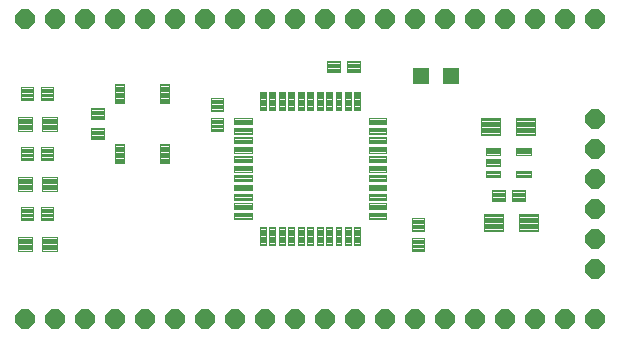
<source format=gts>
G75*
G70*
%OFA0B0*%
%FSLAX24Y24*%
%IPPOS*%
%LPD*%
%AMOC8*
5,1,8,0,0,1.08239X$1,22.5*
%
%ADD10OC8,0.0640*%
%ADD11C,0.0043*%
%ADD12C,0.0041*%
%ADD13C,0.0041*%
%ADD14C,0.0041*%
%ADD15C,0.0041*%
%ADD16C,0.0040*%
%ADD17R,0.0555X0.0555*%
D10*
X003671Y001161D03*
X004671Y001161D03*
X005671Y001161D03*
X006671Y001161D03*
X007671Y001161D03*
X008671Y001161D03*
X009671Y001161D03*
X010671Y001161D03*
X011671Y001161D03*
X012671Y001161D03*
X013671Y001161D03*
X014671Y001161D03*
X015671Y001161D03*
X016671Y001161D03*
X017671Y001161D03*
X018671Y001161D03*
X019671Y001161D03*
X020671Y001161D03*
X021671Y001161D03*
X022671Y001161D03*
X022671Y002811D03*
X022671Y003811D03*
X022671Y004811D03*
X022671Y005811D03*
X022671Y006811D03*
X022671Y007811D03*
X022671Y011161D03*
X021671Y011161D03*
X020671Y011161D03*
X019671Y011161D03*
X018671Y011161D03*
X017671Y011161D03*
X016671Y011161D03*
X015671Y011161D03*
X014671Y011161D03*
X013671Y011161D03*
X012671Y011161D03*
X011671Y011161D03*
X010671Y011161D03*
X009671Y011161D03*
X008671Y011161D03*
X007671Y011161D03*
X006671Y011161D03*
X005671Y011161D03*
X004671Y011161D03*
X003671Y011161D03*
D11*
X003540Y008876D02*
X003932Y008876D01*
X003932Y008446D01*
X003540Y008446D01*
X003540Y008876D01*
X003540Y008488D02*
X003932Y008488D01*
X003932Y008530D02*
X003540Y008530D01*
X003540Y008572D02*
X003932Y008572D01*
X003932Y008614D02*
X003540Y008614D01*
X003540Y008656D02*
X003932Y008656D01*
X003932Y008698D02*
X003540Y008698D01*
X003540Y008740D02*
X003932Y008740D01*
X003932Y008782D02*
X003540Y008782D01*
X003540Y008824D02*
X003932Y008824D01*
X003932Y008866D02*
X003540Y008866D01*
X004210Y008876D02*
X004602Y008876D01*
X004602Y008446D01*
X004210Y008446D01*
X004210Y008876D01*
X004210Y008488D02*
X004602Y008488D01*
X004602Y008530D02*
X004210Y008530D01*
X004210Y008572D02*
X004602Y008572D01*
X004602Y008614D02*
X004210Y008614D01*
X004210Y008656D02*
X004602Y008656D01*
X004602Y008698D02*
X004210Y008698D01*
X004210Y008740D02*
X004602Y008740D01*
X004602Y008782D02*
X004210Y008782D01*
X004210Y008824D02*
X004602Y008824D01*
X004602Y008866D02*
X004210Y008866D01*
X005856Y008192D02*
X005856Y007800D01*
X005856Y008192D02*
X006286Y008192D01*
X006286Y007800D01*
X005856Y007800D01*
X005856Y007842D02*
X006286Y007842D01*
X006286Y007884D02*
X005856Y007884D01*
X005856Y007926D02*
X006286Y007926D01*
X006286Y007968D02*
X005856Y007968D01*
X005856Y008010D02*
X006286Y008010D01*
X006286Y008052D02*
X005856Y008052D01*
X005856Y008094D02*
X006286Y008094D01*
X006286Y008136D02*
X005856Y008136D01*
X005856Y008178D02*
X006286Y008178D01*
X005856Y007523D02*
X005856Y007131D01*
X005856Y007523D02*
X006286Y007523D01*
X006286Y007131D01*
X005856Y007131D01*
X005856Y007173D02*
X006286Y007173D01*
X006286Y007215D02*
X005856Y007215D01*
X005856Y007257D02*
X006286Y007257D01*
X006286Y007299D02*
X005856Y007299D01*
X005856Y007341D02*
X006286Y007341D01*
X006286Y007383D02*
X005856Y007383D01*
X005856Y007425D02*
X006286Y007425D01*
X006286Y007467D02*
X005856Y007467D01*
X005856Y007509D02*
X006286Y007509D01*
X004602Y006876D02*
X004210Y006876D01*
X004602Y006876D02*
X004602Y006446D01*
X004210Y006446D01*
X004210Y006876D01*
X004210Y006488D02*
X004602Y006488D01*
X004602Y006530D02*
X004210Y006530D01*
X004210Y006572D02*
X004602Y006572D01*
X004602Y006614D02*
X004210Y006614D01*
X004210Y006656D02*
X004602Y006656D01*
X004602Y006698D02*
X004210Y006698D01*
X004210Y006740D02*
X004602Y006740D01*
X004602Y006782D02*
X004210Y006782D01*
X004210Y006824D02*
X004602Y006824D01*
X004602Y006866D02*
X004210Y006866D01*
X003932Y006876D02*
X003540Y006876D01*
X003932Y006876D02*
X003932Y006446D01*
X003540Y006446D01*
X003540Y006876D01*
X003540Y006488D02*
X003932Y006488D01*
X003932Y006530D02*
X003540Y006530D01*
X003540Y006572D02*
X003932Y006572D01*
X003932Y006614D02*
X003540Y006614D01*
X003540Y006656D02*
X003932Y006656D01*
X003932Y006698D02*
X003540Y006698D01*
X003540Y006740D02*
X003932Y006740D01*
X003932Y006782D02*
X003540Y006782D01*
X003540Y006824D02*
X003932Y006824D01*
X003932Y006866D02*
X003540Y006866D01*
X003540Y004446D02*
X003932Y004446D01*
X003540Y004446D02*
X003540Y004876D01*
X003932Y004876D01*
X003932Y004446D01*
X003932Y004488D02*
X003540Y004488D01*
X003540Y004530D02*
X003932Y004530D01*
X003932Y004572D02*
X003540Y004572D01*
X003540Y004614D02*
X003932Y004614D01*
X003932Y004656D02*
X003540Y004656D01*
X003540Y004698D02*
X003932Y004698D01*
X003932Y004740D02*
X003540Y004740D01*
X003540Y004782D02*
X003932Y004782D01*
X003932Y004824D02*
X003540Y004824D01*
X003540Y004866D02*
X003932Y004866D01*
X004210Y004446D02*
X004602Y004446D01*
X004210Y004446D02*
X004210Y004876D01*
X004602Y004876D01*
X004602Y004446D01*
X004602Y004488D02*
X004210Y004488D01*
X004210Y004530D02*
X004602Y004530D01*
X004602Y004572D02*
X004210Y004572D01*
X004210Y004614D02*
X004602Y004614D01*
X004602Y004656D02*
X004210Y004656D01*
X004210Y004698D02*
X004602Y004698D01*
X004602Y004740D02*
X004210Y004740D01*
X004210Y004782D02*
X004602Y004782D01*
X004602Y004824D02*
X004210Y004824D01*
X004210Y004866D02*
X004602Y004866D01*
X010267Y007412D02*
X010267Y007842D01*
X010267Y007412D02*
X009875Y007412D01*
X009875Y007842D01*
X010267Y007842D01*
X010267Y007454D02*
X009875Y007454D01*
X009875Y007496D02*
X010267Y007496D01*
X010267Y007538D02*
X009875Y007538D01*
X009875Y007580D02*
X010267Y007580D01*
X010267Y007622D02*
X009875Y007622D01*
X009875Y007664D02*
X010267Y007664D01*
X010267Y007706D02*
X009875Y007706D01*
X009875Y007748D02*
X010267Y007748D01*
X010267Y007790D02*
X009875Y007790D01*
X009875Y007832D02*
X010267Y007832D01*
X010267Y008081D02*
X010267Y008511D01*
X010267Y008081D02*
X009875Y008081D01*
X009875Y008511D01*
X010267Y008511D01*
X010267Y008123D02*
X009875Y008123D01*
X009875Y008165D02*
X010267Y008165D01*
X010267Y008207D02*
X009875Y008207D01*
X009875Y008249D02*
X010267Y008249D01*
X010267Y008291D02*
X009875Y008291D01*
X009875Y008333D02*
X010267Y008333D01*
X010267Y008375D02*
X009875Y008375D01*
X009875Y008417D02*
X010267Y008417D01*
X010267Y008459D02*
X009875Y008459D01*
X009875Y008501D02*
X010267Y008501D01*
X013721Y009365D02*
X014151Y009365D01*
X013721Y009365D02*
X013721Y009757D01*
X014151Y009757D01*
X014151Y009365D01*
X014151Y009407D02*
X013721Y009407D01*
X013721Y009449D02*
X014151Y009449D01*
X014151Y009491D02*
X013721Y009491D01*
X013721Y009533D02*
X014151Y009533D01*
X014151Y009575D02*
X013721Y009575D01*
X013721Y009617D02*
X014151Y009617D01*
X014151Y009659D02*
X013721Y009659D01*
X013721Y009701D02*
X014151Y009701D01*
X014151Y009743D02*
X013721Y009743D01*
X014391Y009365D02*
X014821Y009365D01*
X014391Y009365D02*
X014391Y009757D01*
X014821Y009757D01*
X014821Y009365D01*
X014821Y009407D02*
X014391Y009407D01*
X014391Y009449D02*
X014821Y009449D01*
X014821Y009491D02*
X014391Y009491D01*
X014391Y009533D02*
X014821Y009533D01*
X014821Y009575D02*
X014391Y009575D01*
X014391Y009617D02*
X014821Y009617D01*
X014821Y009659D02*
X014391Y009659D01*
X014391Y009701D02*
X014821Y009701D01*
X014821Y009743D02*
X014391Y009743D01*
X019221Y005457D02*
X019651Y005457D01*
X019651Y005065D01*
X019221Y005065D01*
X019221Y005457D01*
X019221Y005107D02*
X019651Y005107D01*
X019651Y005149D02*
X019221Y005149D01*
X019221Y005191D02*
X019651Y005191D01*
X019651Y005233D02*
X019221Y005233D01*
X019221Y005275D02*
X019651Y005275D01*
X019651Y005317D02*
X019221Y005317D01*
X019221Y005359D02*
X019651Y005359D01*
X019651Y005401D02*
X019221Y005401D01*
X019221Y005443D02*
X019651Y005443D01*
X019891Y005457D02*
X020321Y005457D01*
X020321Y005065D01*
X019891Y005065D01*
X019891Y005457D01*
X019891Y005107D02*
X020321Y005107D01*
X020321Y005149D02*
X019891Y005149D01*
X019891Y005191D02*
X020321Y005191D01*
X020321Y005233D02*
X019891Y005233D01*
X019891Y005275D02*
X020321Y005275D01*
X020321Y005317D02*
X019891Y005317D01*
X019891Y005359D02*
X020321Y005359D01*
X020321Y005401D02*
X019891Y005401D01*
X019891Y005443D02*
X020321Y005443D01*
X016575Y004511D02*
X016575Y004081D01*
X016575Y004511D02*
X016967Y004511D01*
X016967Y004081D01*
X016575Y004081D01*
X016575Y004123D02*
X016967Y004123D01*
X016967Y004165D02*
X016575Y004165D01*
X016575Y004207D02*
X016967Y004207D01*
X016967Y004249D02*
X016575Y004249D01*
X016575Y004291D02*
X016967Y004291D01*
X016967Y004333D02*
X016575Y004333D01*
X016575Y004375D02*
X016967Y004375D01*
X016967Y004417D02*
X016575Y004417D01*
X016575Y004459D02*
X016967Y004459D01*
X016967Y004501D02*
X016575Y004501D01*
X016575Y003842D02*
X016575Y003412D01*
X016575Y003842D02*
X016967Y003842D01*
X016967Y003412D01*
X016575Y003412D01*
X016575Y003454D02*
X016967Y003454D01*
X016967Y003496D02*
X016575Y003496D01*
X016575Y003538D02*
X016967Y003538D01*
X016967Y003580D02*
X016575Y003580D01*
X016575Y003622D02*
X016967Y003622D01*
X016967Y003664D02*
X016575Y003664D01*
X016575Y003706D02*
X016967Y003706D01*
X016967Y003748D02*
X016575Y003748D01*
X016575Y003790D02*
X016967Y003790D01*
X016967Y003832D02*
X016575Y003832D01*
D12*
X018965Y004086D02*
X019595Y004086D01*
X018965Y004086D02*
X018965Y004636D01*
X019595Y004636D01*
X019595Y004086D01*
X019595Y004126D02*
X018965Y004126D01*
X018965Y004166D02*
X019595Y004166D01*
X019595Y004206D02*
X018965Y004206D01*
X018965Y004246D02*
X019595Y004246D01*
X019595Y004286D02*
X018965Y004286D01*
X018965Y004326D02*
X019595Y004326D01*
X019595Y004366D02*
X018965Y004366D01*
X018965Y004406D02*
X019595Y004406D01*
X019595Y004446D02*
X018965Y004446D01*
X018965Y004486D02*
X019595Y004486D01*
X019595Y004526D02*
X018965Y004526D01*
X018965Y004566D02*
X019595Y004566D01*
X019595Y004606D02*
X018965Y004606D01*
X020146Y004636D02*
X020776Y004636D01*
X020776Y004086D01*
X020146Y004086D01*
X020146Y004636D01*
X020146Y004126D02*
X020776Y004126D01*
X020776Y004166D02*
X020146Y004166D01*
X020146Y004206D02*
X020776Y004206D01*
X020776Y004246D02*
X020146Y004246D01*
X020146Y004286D02*
X020776Y004286D01*
X020776Y004326D02*
X020146Y004326D01*
X020146Y004366D02*
X020776Y004366D01*
X020776Y004406D02*
X020146Y004406D01*
X020146Y004446D02*
X020776Y004446D01*
X020776Y004486D02*
X020146Y004486D01*
X020146Y004526D02*
X020776Y004526D01*
X020776Y004566D02*
X020146Y004566D01*
X020146Y004606D02*
X020776Y004606D01*
X020676Y007836D02*
X020046Y007836D01*
X020676Y007836D02*
X020676Y007286D01*
X020046Y007286D01*
X020046Y007836D01*
X020046Y007326D02*
X020676Y007326D01*
X020676Y007366D02*
X020046Y007366D01*
X020046Y007406D02*
X020676Y007406D01*
X020676Y007446D02*
X020046Y007446D01*
X020046Y007486D02*
X020676Y007486D01*
X020676Y007526D02*
X020046Y007526D01*
X020046Y007566D02*
X020676Y007566D01*
X020676Y007606D02*
X020046Y007606D01*
X020046Y007646D02*
X020676Y007646D01*
X020676Y007686D02*
X020046Y007686D01*
X020046Y007726D02*
X020676Y007726D01*
X020676Y007766D02*
X020046Y007766D01*
X020046Y007806D02*
X020676Y007806D01*
X019495Y007286D02*
X018865Y007286D01*
X018865Y007836D01*
X019495Y007836D01*
X019495Y007286D01*
X019495Y007326D02*
X018865Y007326D01*
X018865Y007366D02*
X019495Y007366D01*
X019495Y007406D02*
X018865Y007406D01*
X018865Y007446D02*
X019495Y007446D01*
X019495Y007486D02*
X018865Y007486D01*
X018865Y007526D02*
X019495Y007526D01*
X019495Y007566D02*
X018865Y007566D01*
X018865Y007606D02*
X019495Y007606D01*
X019495Y007646D02*
X018865Y007646D01*
X018865Y007686D02*
X019495Y007686D01*
X019495Y007726D02*
X018865Y007726D01*
X018865Y007766D02*
X019495Y007766D01*
X019495Y007806D02*
X018865Y007806D01*
D13*
X008471Y008986D02*
X008171Y008986D01*
X008471Y008986D02*
X008471Y008336D01*
X008171Y008336D01*
X008171Y008986D01*
X008171Y008376D02*
X008471Y008376D01*
X008471Y008416D02*
X008171Y008416D01*
X008171Y008456D02*
X008471Y008456D01*
X008471Y008496D02*
X008171Y008496D01*
X008171Y008536D02*
X008471Y008536D01*
X008471Y008576D02*
X008171Y008576D01*
X008171Y008616D02*
X008471Y008616D01*
X008471Y008656D02*
X008171Y008656D01*
X008171Y008696D02*
X008471Y008696D01*
X008471Y008736D02*
X008171Y008736D01*
X008171Y008776D02*
X008471Y008776D01*
X008471Y008816D02*
X008171Y008816D01*
X008171Y008856D02*
X008471Y008856D01*
X008471Y008896D02*
X008171Y008896D01*
X008171Y008936D02*
X008471Y008936D01*
X008471Y008976D02*
X008171Y008976D01*
X006971Y008986D02*
X006671Y008986D01*
X006971Y008986D02*
X006971Y008336D01*
X006671Y008336D01*
X006671Y008986D01*
X006671Y008376D02*
X006971Y008376D01*
X006971Y008416D02*
X006671Y008416D01*
X006671Y008456D02*
X006971Y008456D01*
X006971Y008496D02*
X006671Y008496D01*
X006671Y008536D02*
X006971Y008536D01*
X006971Y008576D02*
X006671Y008576D01*
X006671Y008616D02*
X006971Y008616D01*
X006971Y008656D02*
X006671Y008656D01*
X006671Y008696D02*
X006971Y008696D01*
X006971Y008736D02*
X006671Y008736D01*
X006671Y008776D02*
X006971Y008776D01*
X006971Y008816D02*
X006671Y008816D01*
X006671Y008856D02*
X006971Y008856D01*
X006971Y008896D02*
X006671Y008896D01*
X006671Y008936D02*
X006971Y008936D01*
X006971Y008976D02*
X006671Y008976D01*
X006671Y006986D02*
X006971Y006986D01*
X006971Y006336D01*
X006671Y006336D01*
X006671Y006986D01*
X006671Y006376D02*
X006971Y006376D01*
X006971Y006416D02*
X006671Y006416D01*
X006671Y006456D02*
X006971Y006456D01*
X006971Y006496D02*
X006671Y006496D01*
X006671Y006536D02*
X006971Y006536D01*
X006971Y006576D02*
X006671Y006576D01*
X006671Y006616D02*
X006971Y006616D01*
X006971Y006656D02*
X006671Y006656D01*
X006671Y006696D02*
X006971Y006696D01*
X006971Y006736D02*
X006671Y006736D01*
X006671Y006776D02*
X006971Y006776D01*
X006971Y006816D02*
X006671Y006816D01*
X006671Y006856D02*
X006971Y006856D01*
X006971Y006896D02*
X006671Y006896D01*
X006671Y006936D02*
X006971Y006936D01*
X006971Y006976D02*
X006671Y006976D01*
X008171Y006986D02*
X008471Y006986D01*
X008471Y006336D01*
X008171Y006336D01*
X008171Y006986D01*
X008171Y006376D02*
X008471Y006376D01*
X008471Y006416D02*
X008171Y006416D01*
X008171Y006456D02*
X008471Y006456D01*
X008471Y006496D02*
X008171Y006496D01*
X008171Y006536D02*
X008471Y006536D01*
X008471Y006576D02*
X008171Y006576D01*
X008171Y006616D02*
X008471Y006616D01*
X008471Y006656D02*
X008171Y006656D01*
X008171Y006696D02*
X008471Y006696D01*
X008471Y006736D02*
X008171Y006736D01*
X008171Y006776D02*
X008471Y006776D01*
X008471Y006816D02*
X008171Y006816D01*
X008171Y006856D02*
X008471Y006856D01*
X008471Y006896D02*
X008171Y006896D01*
X008171Y006936D02*
X008471Y006936D01*
X008471Y006976D02*
X008171Y006976D01*
D14*
X004720Y007425D02*
X004720Y007897D01*
X004720Y007425D02*
X004248Y007425D01*
X004248Y007897D01*
X004720Y007897D01*
X004720Y007465D02*
X004248Y007465D01*
X004248Y007505D02*
X004720Y007505D01*
X004720Y007545D02*
X004248Y007545D01*
X004248Y007585D02*
X004720Y007585D01*
X004720Y007625D02*
X004248Y007625D01*
X004248Y007665D02*
X004720Y007665D01*
X004720Y007705D02*
X004248Y007705D01*
X004248Y007745D02*
X004720Y007745D01*
X004720Y007785D02*
X004248Y007785D01*
X004248Y007825D02*
X004720Y007825D01*
X004720Y007865D02*
X004248Y007865D01*
X003893Y007897D02*
X003893Y007425D01*
X003421Y007425D01*
X003421Y007897D01*
X003893Y007897D01*
X003893Y007465D02*
X003421Y007465D01*
X003421Y007505D02*
X003893Y007505D01*
X003893Y007545D02*
X003421Y007545D01*
X003421Y007585D02*
X003893Y007585D01*
X003893Y007625D02*
X003421Y007625D01*
X003421Y007665D02*
X003893Y007665D01*
X003893Y007705D02*
X003421Y007705D01*
X003421Y007745D02*
X003893Y007745D01*
X003893Y007785D02*
X003421Y007785D01*
X003421Y007825D02*
X003893Y007825D01*
X003893Y007865D02*
X003421Y007865D01*
X003893Y005897D02*
X003893Y005425D01*
X003421Y005425D01*
X003421Y005897D01*
X003893Y005897D01*
X003893Y005465D02*
X003421Y005465D01*
X003421Y005505D02*
X003893Y005505D01*
X003893Y005545D02*
X003421Y005545D01*
X003421Y005585D02*
X003893Y005585D01*
X003893Y005625D02*
X003421Y005625D01*
X003421Y005665D02*
X003893Y005665D01*
X003893Y005705D02*
X003421Y005705D01*
X003421Y005745D02*
X003893Y005745D01*
X003893Y005785D02*
X003421Y005785D01*
X003421Y005825D02*
X003893Y005825D01*
X003893Y005865D02*
X003421Y005865D01*
X004720Y005897D02*
X004720Y005425D01*
X004248Y005425D01*
X004248Y005897D01*
X004720Y005897D01*
X004720Y005465D02*
X004248Y005465D01*
X004248Y005505D02*
X004720Y005505D01*
X004720Y005545D02*
X004248Y005545D01*
X004248Y005585D02*
X004720Y005585D01*
X004720Y005625D02*
X004248Y005625D01*
X004248Y005665D02*
X004720Y005665D01*
X004720Y005705D02*
X004248Y005705D01*
X004248Y005745D02*
X004720Y005745D01*
X004720Y005785D02*
X004248Y005785D01*
X004248Y005825D02*
X004720Y005825D01*
X004720Y005865D02*
X004248Y005865D01*
X004248Y003897D02*
X004248Y003425D01*
X004248Y003897D02*
X004720Y003897D01*
X004720Y003425D01*
X004248Y003425D01*
X004248Y003465D02*
X004720Y003465D01*
X004720Y003505D02*
X004248Y003505D01*
X004248Y003545D02*
X004720Y003545D01*
X004720Y003585D02*
X004248Y003585D01*
X004248Y003625D02*
X004720Y003625D01*
X004720Y003665D02*
X004248Y003665D01*
X004248Y003705D02*
X004720Y003705D01*
X004720Y003745D02*
X004248Y003745D01*
X004248Y003785D02*
X004720Y003785D01*
X004720Y003825D02*
X004248Y003825D01*
X004248Y003865D02*
X004720Y003865D01*
X003421Y003897D02*
X003421Y003425D01*
X003421Y003897D02*
X003893Y003897D01*
X003893Y003425D01*
X003421Y003425D01*
X003421Y003465D02*
X003893Y003465D01*
X003893Y003505D02*
X003421Y003505D01*
X003421Y003545D02*
X003893Y003545D01*
X003893Y003585D02*
X003421Y003585D01*
X003421Y003625D02*
X003893Y003625D01*
X003893Y003665D02*
X003421Y003665D01*
X003421Y003705D02*
X003893Y003705D01*
X003893Y003745D02*
X003421Y003745D01*
X003421Y003785D02*
X003893Y003785D01*
X003893Y003825D02*
X003421Y003825D01*
X003421Y003865D02*
X003893Y003865D01*
D15*
X019023Y005879D02*
X019023Y006095D01*
X019495Y006095D01*
X019495Y005879D01*
X019023Y005879D01*
X019023Y005919D02*
X019495Y005919D01*
X019495Y005959D02*
X019023Y005959D01*
X019023Y005999D02*
X019495Y005999D01*
X019495Y006039D02*
X019023Y006039D01*
X019023Y006079D02*
X019495Y006079D01*
X019023Y006253D02*
X019023Y006469D01*
X019495Y006469D01*
X019495Y006253D01*
X019023Y006253D01*
X019023Y006293D02*
X019495Y006293D01*
X019495Y006333D02*
X019023Y006333D01*
X019023Y006373D02*
X019495Y006373D01*
X019495Y006413D02*
X019023Y006413D01*
X019023Y006453D02*
X019495Y006453D01*
X019023Y006627D02*
X019023Y006843D01*
X019495Y006843D01*
X019495Y006627D01*
X019023Y006627D01*
X019023Y006667D02*
X019495Y006667D01*
X019495Y006707D02*
X019023Y006707D01*
X019023Y006747D02*
X019495Y006747D01*
X019495Y006787D02*
X019023Y006787D01*
X019023Y006827D02*
X019495Y006827D01*
X020047Y006843D02*
X020047Y006627D01*
X020047Y006843D02*
X020519Y006843D01*
X020519Y006627D01*
X020047Y006627D01*
X020047Y006667D02*
X020519Y006667D01*
X020519Y006707D02*
X020047Y006707D01*
X020047Y006747D02*
X020519Y006747D01*
X020519Y006787D02*
X020047Y006787D01*
X020047Y006827D02*
X020519Y006827D01*
X020047Y006095D02*
X020047Y005879D01*
X020047Y006095D02*
X020519Y006095D01*
X020519Y005879D01*
X020047Y005879D01*
X020047Y005919D02*
X020519Y005919D01*
X020519Y005959D02*
X020047Y005959D01*
X020047Y005999D02*
X020519Y005999D01*
X020519Y006039D02*
X020047Y006039D01*
X020047Y006079D02*
X020519Y006079D01*
D16*
X015710Y006063D02*
X015710Y006259D01*
X015710Y006063D02*
X015120Y006063D01*
X015120Y006259D01*
X015710Y006259D01*
X015710Y006102D02*
X015120Y006102D01*
X015120Y006141D02*
X015710Y006141D01*
X015710Y006180D02*
X015120Y006180D01*
X015120Y006219D02*
X015710Y006219D01*
X015710Y006258D02*
X015120Y006258D01*
X015710Y006378D02*
X015710Y006574D01*
X015710Y006378D02*
X015120Y006378D01*
X015120Y006574D01*
X015710Y006574D01*
X015710Y006417D02*
X015120Y006417D01*
X015120Y006456D02*
X015710Y006456D01*
X015710Y006495D02*
X015120Y006495D01*
X015120Y006534D02*
X015710Y006534D01*
X015710Y006573D02*
X015120Y006573D01*
X015710Y006693D02*
X015710Y006889D01*
X015710Y006693D02*
X015120Y006693D01*
X015120Y006889D01*
X015710Y006889D01*
X015710Y006732D02*
X015120Y006732D01*
X015120Y006771D02*
X015710Y006771D01*
X015710Y006810D02*
X015120Y006810D01*
X015120Y006849D02*
X015710Y006849D01*
X015710Y006888D02*
X015120Y006888D01*
X015710Y007008D02*
X015710Y007204D01*
X015710Y007008D02*
X015120Y007008D01*
X015120Y007204D01*
X015710Y007204D01*
X015710Y007047D02*
X015120Y007047D01*
X015120Y007086D02*
X015710Y007086D01*
X015710Y007125D02*
X015120Y007125D01*
X015120Y007164D02*
X015710Y007164D01*
X015710Y007203D02*
X015120Y007203D01*
X015710Y007323D02*
X015710Y007519D01*
X015710Y007323D02*
X015120Y007323D01*
X015120Y007519D01*
X015710Y007519D01*
X015710Y007362D02*
X015120Y007362D01*
X015120Y007401D02*
X015710Y007401D01*
X015710Y007440D02*
X015120Y007440D01*
X015120Y007479D02*
X015710Y007479D01*
X015710Y007518D02*
X015120Y007518D01*
X015710Y007638D02*
X015710Y007834D01*
X015710Y007638D02*
X015120Y007638D01*
X015120Y007834D01*
X015710Y007834D01*
X015710Y007677D02*
X015120Y007677D01*
X015120Y007716D02*
X015710Y007716D01*
X015710Y007755D02*
X015120Y007755D01*
X015120Y007794D02*
X015710Y007794D01*
X015710Y007833D02*
X015120Y007833D01*
X014844Y008110D02*
X014844Y008700D01*
X014844Y008110D02*
X014648Y008110D01*
X014648Y008700D01*
X014844Y008700D01*
X014844Y008149D02*
X014648Y008149D01*
X014648Y008188D02*
X014844Y008188D01*
X014844Y008227D02*
X014648Y008227D01*
X014648Y008266D02*
X014844Y008266D01*
X014844Y008305D02*
X014648Y008305D01*
X014648Y008344D02*
X014844Y008344D01*
X014844Y008383D02*
X014648Y008383D01*
X014648Y008422D02*
X014844Y008422D01*
X014844Y008461D02*
X014648Y008461D01*
X014648Y008500D02*
X014844Y008500D01*
X014844Y008539D02*
X014648Y008539D01*
X014648Y008578D02*
X014844Y008578D01*
X014844Y008617D02*
X014648Y008617D01*
X014648Y008656D02*
X014844Y008656D01*
X014844Y008695D02*
X014648Y008695D01*
X014529Y008700D02*
X014529Y008110D01*
X014333Y008110D01*
X014333Y008700D01*
X014529Y008700D01*
X014529Y008149D02*
X014333Y008149D01*
X014333Y008188D02*
X014529Y008188D01*
X014529Y008227D02*
X014333Y008227D01*
X014333Y008266D02*
X014529Y008266D01*
X014529Y008305D02*
X014333Y008305D01*
X014333Y008344D02*
X014529Y008344D01*
X014529Y008383D02*
X014333Y008383D01*
X014333Y008422D02*
X014529Y008422D01*
X014529Y008461D02*
X014333Y008461D01*
X014333Y008500D02*
X014529Y008500D01*
X014529Y008539D02*
X014333Y008539D01*
X014333Y008578D02*
X014529Y008578D01*
X014529Y008617D02*
X014333Y008617D01*
X014333Y008656D02*
X014529Y008656D01*
X014529Y008695D02*
X014333Y008695D01*
X014214Y008700D02*
X014214Y008110D01*
X014018Y008110D01*
X014018Y008700D01*
X014214Y008700D01*
X014214Y008149D02*
X014018Y008149D01*
X014018Y008188D02*
X014214Y008188D01*
X014214Y008227D02*
X014018Y008227D01*
X014018Y008266D02*
X014214Y008266D01*
X014214Y008305D02*
X014018Y008305D01*
X014018Y008344D02*
X014214Y008344D01*
X014214Y008383D02*
X014018Y008383D01*
X014018Y008422D02*
X014214Y008422D01*
X014214Y008461D02*
X014018Y008461D01*
X014018Y008500D02*
X014214Y008500D01*
X014214Y008539D02*
X014018Y008539D01*
X014018Y008578D02*
X014214Y008578D01*
X014214Y008617D02*
X014018Y008617D01*
X014018Y008656D02*
X014214Y008656D01*
X014214Y008695D02*
X014018Y008695D01*
X013899Y008700D02*
X013899Y008110D01*
X013703Y008110D01*
X013703Y008700D01*
X013899Y008700D01*
X013899Y008149D02*
X013703Y008149D01*
X013703Y008188D02*
X013899Y008188D01*
X013899Y008227D02*
X013703Y008227D01*
X013703Y008266D02*
X013899Y008266D01*
X013899Y008305D02*
X013703Y008305D01*
X013703Y008344D02*
X013899Y008344D01*
X013899Y008383D02*
X013703Y008383D01*
X013703Y008422D02*
X013899Y008422D01*
X013899Y008461D02*
X013703Y008461D01*
X013703Y008500D02*
X013899Y008500D01*
X013899Y008539D02*
X013703Y008539D01*
X013703Y008578D02*
X013899Y008578D01*
X013899Y008617D02*
X013703Y008617D01*
X013703Y008656D02*
X013899Y008656D01*
X013899Y008695D02*
X013703Y008695D01*
X013584Y008700D02*
X013584Y008110D01*
X013388Y008110D01*
X013388Y008700D01*
X013584Y008700D01*
X013584Y008149D02*
X013388Y008149D01*
X013388Y008188D02*
X013584Y008188D01*
X013584Y008227D02*
X013388Y008227D01*
X013388Y008266D02*
X013584Y008266D01*
X013584Y008305D02*
X013388Y008305D01*
X013388Y008344D02*
X013584Y008344D01*
X013584Y008383D02*
X013388Y008383D01*
X013388Y008422D02*
X013584Y008422D01*
X013584Y008461D02*
X013388Y008461D01*
X013388Y008500D02*
X013584Y008500D01*
X013584Y008539D02*
X013388Y008539D01*
X013388Y008578D02*
X013584Y008578D01*
X013584Y008617D02*
X013388Y008617D01*
X013388Y008656D02*
X013584Y008656D01*
X013584Y008695D02*
X013388Y008695D01*
X013269Y008700D02*
X013269Y008110D01*
X013073Y008110D01*
X013073Y008700D01*
X013269Y008700D01*
X013269Y008149D02*
X013073Y008149D01*
X013073Y008188D02*
X013269Y008188D01*
X013269Y008227D02*
X013073Y008227D01*
X013073Y008266D02*
X013269Y008266D01*
X013269Y008305D02*
X013073Y008305D01*
X013073Y008344D02*
X013269Y008344D01*
X013269Y008383D02*
X013073Y008383D01*
X013073Y008422D02*
X013269Y008422D01*
X013269Y008461D02*
X013073Y008461D01*
X013073Y008500D02*
X013269Y008500D01*
X013269Y008539D02*
X013073Y008539D01*
X013073Y008578D02*
X013269Y008578D01*
X013269Y008617D02*
X013073Y008617D01*
X013073Y008656D02*
X013269Y008656D01*
X013269Y008695D02*
X013073Y008695D01*
X012954Y008700D02*
X012954Y008110D01*
X012758Y008110D01*
X012758Y008700D01*
X012954Y008700D01*
X012954Y008149D02*
X012758Y008149D01*
X012758Y008188D02*
X012954Y008188D01*
X012954Y008227D02*
X012758Y008227D01*
X012758Y008266D02*
X012954Y008266D01*
X012954Y008305D02*
X012758Y008305D01*
X012758Y008344D02*
X012954Y008344D01*
X012954Y008383D02*
X012758Y008383D01*
X012758Y008422D02*
X012954Y008422D01*
X012954Y008461D02*
X012758Y008461D01*
X012758Y008500D02*
X012954Y008500D01*
X012954Y008539D02*
X012758Y008539D01*
X012758Y008578D02*
X012954Y008578D01*
X012954Y008617D02*
X012758Y008617D01*
X012758Y008656D02*
X012954Y008656D01*
X012954Y008695D02*
X012758Y008695D01*
X012639Y008700D02*
X012639Y008110D01*
X012443Y008110D01*
X012443Y008700D01*
X012639Y008700D01*
X012639Y008149D02*
X012443Y008149D01*
X012443Y008188D02*
X012639Y008188D01*
X012639Y008227D02*
X012443Y008227D01*
X012443Y008266D02*
X012639Y008266D01*
X012639Y008305D02*
X012443Y008305D01*
X012443Y008344D02*
X012639Y008344D01*
X012639Y008383D02*
X012443Y008383D01*
X012443Y008422D02*
X012639Y008422D01*
X012639Y008461D02*
X012443Y008461D01*
X012443Y008500D02*
X012639Y008500D01*
X012639Y008539D02*
X012443Y008539D01*
X012443Y008578D02*
X012639Y008578D01*
X012639Y008617D02*
X012443Y008617D01*
X012443Y008656D02*
X012639Y008656D01*
X012639Y008695D02*
X012443Y008695D01*
X012324Y008700D02*
X012324Y008110D01*
X012128Y008110D01*
X012128Y008700D01*
X012324Y008700D01*
X012324Y008149D02*
X012128Y008149D01*
X012128Y008188D02*
X012324Y008188D01*
X012324Y008227D02*
X012128Y008227D01*
X012128Y008266D02*
X012324Y008266D01*
X012324Y008305D02*
X012128Y008305D01*
X012128Y008344D02*
X012324Y008344D01*
X012324Y008383D02*
X012128Y008383D01*
X012128Y008422D02*
X012324Y008422D01*
X012324Y008461D02*
X012128Y008461D01*
X012128Y008500D02*
X012324Y008500D01*
X012324Y008539D02*
X012128Y008539D01*
X012128Y008578D02*
X012324Y008578D01*
X012324Y008617D02*
X012128Y008617D01*
X012128Y008656D02*
X012324Y008656D01*
X012324Y008695D02*
X012128Y008695D01*
X012009Y008700D02*
X012009Y008110D01*
X011813Y008110D01*
X011813Y008700D01*
X012009Y008700D01*
X012009Y008149D02*
X011813Y008149D01*
X011813Y008188D02*
X012009Y008188D01*
X012009Y008227D02*
X011813Y008227D01*
X011813Y008266D02*
X012009Y008266D01*
X012009Y008305D02*
X011813Y008305D01*
X011813Y008344D02*
X012009Y008344D01*
X012009Y008383D02*
X011813Y008383D01*
X011813Y008422D02*
X012009Y008422D01*
X012009Y008461D02*
X011813Y008461D01*
X011813Y008500D02*
X012009Y008500D01*
X012009Y008539D02*
X011813Y008539D01*
X011813Y008578D02*
X012009Y008578D01*
X012009Y008617D02*
X011813Y008617D01*
X011813Y008656D02*
X012009Y008656D01*
X012009Y008695D02*
X011813Y008695D01*
X011694Y008700D02*
X011694Y008110D01*
X011498Y008110D01*
X011498Y008700D01*
X011694Y008700D01*
X011694Y008149D02*
X011498Y008149D01*
X011498Y008188D02*
X011694Y008188D01*
X011694Y008227D02*
X011498Y008227D01*
X011498Y008266D02*
X011694Y008266D01*
X011694Y008305D02*
X011498Y008305D01*
X011498Y008344D02*
X011694Y008344D01*
X011694Y008383D02*
X011498Y008383D01*
X011498Y008422D02*
X011694Y008422D01*
X011694Y008461D02*
X011498Y008461D01*
X011498Y008500D02*
X011694Y008500D01*
X011694Y008539D02*
X011498Y008539D01*
X011498Y008578D02*
X011694Y008578D01*
X011694Y008617D02*
X011498Y008617D01*
X011498Y008656D02*
X011694Y008656D01*
X011694Y008695D02*
X011498Y008695D01*
X011222Y007834D02*
X011222Y007638D01*
X010632Y007638D01*
X010632Y007834D01*
X011222Y007834D01*
X011222Y007677D02*
X010632Y007677D01*
X010632Y007716D02*
X011222Y007716D01*
X011222Y007755D02*
X010632Y007755D01*
X010632Y007794D02*
X011222Y007794D01*
X011222Y007833D02*
X010632Y007833D01*
X011222Y007519D02*
X011222Y007323D01*
X010632Y007323D01*
X010632Y007519D01*
X011222Y007519D01*
X011222Y007362D02*
X010632Y007362D01*
X010632Y007401D02*
X011222Y007401D01*
X011222Y007440D02*
X010632Y007440D01*
X010632Y007479D02*
X011222Y007479D01*
X011222Y007518D02*
X010632Y007518D01*
X011222Y007204D02*
X011222Y007008D01*
X010632Y007008D01*
X010632Y007204D01*
X011222Y007204D01*
X011222Y007047D02*
X010632Y007047D01*
X010632Y007086D02*
X011222Y007086D01*
X011222Y007125D02*
X010632Y007125D01*
X010632Y007164D02*
X011222Y007164D01*
X011222Y007203D02*
X010632Y007203D01*
X011222Y006889D02*
X011222Y006693D01*
X010632Y006693D01*
X010632Y006889D01*
X011222Y006889D01*
X011222Y006732D02*
X010632Y006732D01*
X010632Y006771D02*
X011222Y006771D01*
X011222Y006810D02*
X010632Y006810D01*
X010632Y006849D02*
X011222Y006849D01*
X011222Y006888D02*
X010632Y006888D01*
X011222Y006574D02*
X011222Y006378D01*
X010632Y006378D01*
X010632Y006574D01*
X011222Y006574D01*
X011222Y006417D02*
X010632Y006417D01*
X010632Y006456D02*
X011222Y006456D01*
X011222Y006495D02*
X010632Y006495D01*
X010632Y006534D02*
X011222Y006534D01*
X011222Y006573D02*
X010632Y006573D01*
X011222Y006259D02*
X011222Y006063D01*
X010632Y006063D01*
X010632Y006259D01*
X011222Y006259D01*
X011222Y006102D02*
X010632Y006102D01*
X010632Y006141D02*
X011222Y006141D01*
X011222Y006180D02*
X010632Y006180D01*
X010632Y006219D02*
X011222Y006219D01*
X011222Y006258D02*
X010632Y006258D01*
X011222Y005944D02*
X011222Y005748D01*
X010632Y005748D01*
X010632Y005944D01*
X011222Y005944D01*
X011222Y005787D02*
X010632Y005787D01*
X010632Y005826D02*
X011222Y005826D01*
X011222Y005865D02*
X010632Y005865D01*
X010632Y005904D02*
X011222Y005904D01*
X011222Y005943D02*
X010632Y005943D01*
X011222Y005629D02*
X011222Y005433D01*
X010632Y005433D01*
X010632Y005629D01*
X011222Y005629D01*
X011222Y005472D02*
X010632Y005472D01*
X010632Y005511D02*
X011222Y005511D01*
X011222Y005550D02*
X010632Y005550D01*
X010632Y005589D02*
X011222Y005589D01*
X011222Y005628D02*
X010632Y005628D01*
X011222Y005314D02*
X011222Y005118D01*
X010632Y005118D01*
X010632Y005314D01*
X011222Y005314D01*
X011222Y005157D02*
X010632Y005157D01*
X010632Y005196D02*
X011222Y005196D01*
X011222Y005235D02*
X010632Y005235D01*
X010632Y005274D02*
X011222Y005274D01*
X011222Y005313D02*
X010632Y005313D01*
X011222Y004999D02*
X011222Y004803D01*
X010632Y004803D01*
X010632Y004999D01*
X011222Y004999D01*
X011222Y004842D02*
X010632Y004842D01*
X010632Y004881D02*
X011222Y004881D01*
X011222Y004920D02*
X010632Y004920D01*
X010632Y004959D02*
X011222Y004959D01*
X011222Y004998D02*
X010632Y004998D01*
X011222Y004684D02*
X011222Y004488D01*
X010632Y004488D01*
X010632Y004684D01*
X011222Y004684D01*
X011222Y004527D02*
X010632Y004527D01*
X010632Y004566D02*
X011222Y004566D01*
X011222Y004605D02*
X010632Y004605D01*
X010632Y004644D02*
X011222Y004644D01*
X011222Y004683D02*
X010632Y004683D01*
X011694Y004212D02*
X011694Y003622D01*
X011498Y003622D01*
X011498Y004212D01*
X011694Y004212D01*
X011694Y003661D02*
X011498Y003661D01*
X011498Y003700D02*
X011694Y003700D01*
X011694Y003739D02*
X011498Y003739D01*
X011498Y003778D02*
X011694Y003778D01*
X011694Y003817D02*
X011498Y003817D01*
X011498Y003856D02*
X011694Y003856D01*
X011694Y003895D02*
X011498Y003895D01*
X011498Y003934D02*
X011694Y003934D01*
X011694Y003973D02*
X011498Y003973D01*
X011498Y004012D02*
X011694Y004012D01*
X011694Y004051D02*
X011498Y004051D01*
X011498Y004090D02*
X011694Y004090D01*
X011694Y004129D02*
X011498Y004129D01*
X011498Y004168D02*
X011694Y004168D01*
X011694Y004207D02*
X011498Y004207D01*
X012009Y004212D02*
X012009Y003622D01*
X011813Y003622D01*
X011813Y004212D01*
X012009Y004212D01*
X012009Y003661D02*
X011813Y003661D01*
X011813Y003700D02*
X012009Y003700D01*
X012009Y003739D02*
X011813Y003739D01*
X011813Y003778D02*
X012009Y003778D01*
X012009Y003817D02*
X011813Y003817D01*
X011813Y003856D02*
X012009Y003856D01*
X012009Y003895D02*
X011813Y003895D01*
X011813Y003934D02*
X012009Y003934D01*
X012009Y003973D02*
X011813Y003973D01*
X011813Y004012D02*
X012009Y004012D01*
X012009Y004051D02*
X011813Y004051D01*
X011813Y004090D02*
X012009Y004090D01*
X012009Y004129D02*
X011813Y004129D01*
X011813Y004168D02*
X012009Y004168D01*
X012009Y004207D02*
X011813Y004207D01*
X012324Y004212D02*
X012324Y003622D01*
X012128Y003622D01*
X012128Y004212D01*
X012324Y004212D01*
X012324Y003661D02*
X012128Y003661D01*
X012128Y003700D02*
X012324Y003700D01*
X012324Y003739D02*
X012128Y003739D01*
X012128Y003778D02*
X012324Y003778D01*
X012324Y003817D02*
X012128Y003817D01*
X012128Y003856D02*
X012324Y003856D01*
X012324Y003895D02*
X012128Y003895D01*
X012128Y003934D02*
X012324Y003934D01*
X012324Y003973D02*
X012128Y003973D01*
X012128Y004012D02*
X012324Y004012D01*
X012324Y004051D02*
X012128Y004051D01*
X012128Y004090D02*
X012324Y004090D01*
X012324Y004129D02*
X012128Y004129D01*
X012128Y004168D02*
X012324Y004168D01*
X012324Y004207D02*
X012128Y004207D01*
X012639Y004212D02*
X012639Y003622D01*
X012443Y003622D01*
X012443Y004212D01*
X012639Y004212D01*
X012639Y003661D02*
X012443Y003661D01*
X012443Y003700D02*
X012639Y003700D01*
X012639Y003739D02*
X012443Y003739D01*
X012443Y003778D02*
X012639Y003778D01*
X012639Y003817D02*
X012443Y003817D01*
X012443Y003856D02*
X012639Y003856D01*
X012639Y003895D02*
X012443Y003895D01*
X012443Y003934D02*
X012639Y003934D01*
X012639Y003973D02*
X012443Y003973D01*
X012443Y004012D02*
X012639Y004012D01*
X012639Y004051D02*
X012443Y004051D01*
X012443Y004090D02*
X012639Y004090D01*
X012639Y004129D02*
X012443Y004129D01*
X012443Y004168D02*
X012639Y004168D01*
X012639Y004207D02*
X012443Y004207D01*
X012954Y004212D02*
X012954Y003622D01*
X012758Y003622D01*
X012758Y004212D01*
X012954Y004212D01*
X012954Y003661D02*
X012758Y003661D01*
X012758Y003700D02*
X012954Y003700D01*
X012954Y003739D02*
X012758Y003739D01*
X012758Y003778D02*
X012954Y003778D01*
X012954Y003817D02*
X012758Y003817D01*
X012758Y003856D02*
X012954Y003856D01*
X012954Y003895D02*
X012758Y003895D01*
X012758Y003934D02*
X012954Y003934D01*
X012954Y003973D02*
X012758Y003973D01*
X012758Y004012D02*
X012954Y004012D01*
X012954Y004051D02*
X012758Y004051D01*
X012758Y004090D02*
X012954Y004090D01*
X012954Y004129D02*
X012758Y004129D01*
X012758Y004168D02*
X012954Y004168D01*
X012954Y004207D02*
X012758Y004207D01*
X013269Y004212D02*
X013269Y003622D01*
X013073Y003622D01*
X013073Y004212D01*
X013269Y004212D01*
X013269Y003661D02*
X013073Y003661D01*
X013073Y003700D02*
X013269Y003700D01*
X013269Y003739D02*
X013073Y003739D01*
X013073Y003778D02*
X013269Y003778D01*
X013269Y003817D02*
X013073Y003817D01*
X013073Y003856D02*
X013269Y003856D01*
X013269Y003895D02*
X013073Y003895D01*
X013073Y003934D02*
X013269Y003934D01*
X013269Y003973D02*
X013073Y003973D01*
X013073Y004012D02*
X013269Y004012D01*
X013269Y004051D02*
X013073Y004051D01*
X013073Y004090D02*
X013269Y004090D01*
X013269Y004129D02*
X013073Y004129D01*
X013073Y004168D02*
X013269Y004168D01*
X013269Y004207D02*
X013073Y004207D01*
X013584Y004212D02*
X013584Y003622D01*
X013388Y003622D01*
X013388Y004212D01*
X013584Y004212D01*
X013584Y003661D02*
X013388Y003661D01*
X013388Y003700D02*
X013584Y003700D01*
X013584Y003739D02*
X013388Y003739D01*
X013388Y003778D02*
X013584Y003778D01*
X013584Y003817D02*
X013388Y003817D01*
X013388Y003856D02*
X013584Y003856D01*
X013584Y003895D02*
X013388Y003895D01*
X013388Y003934D02*
X013584Y003934D01*
X013584Y003973D02*
X013388Y003973D01*
X013388Y004012D02*
X013584Y004012D01*
X013584Y004051D02*
X013388Y004051D01*
X013388Y004090D02*
X013584Y004090D01*
X013584Y004129D02*
X013388Y004129D01*
X013388Y004168D02*
X013584Y004168D01*
X013584Y004207D02*
X013388Y004207D01*
X013899Y004212D02*
X013899Y003622D01*
X013703Y003622D01*
X013703Y004212D01*
X013899Y004212D01*
X013899Y003661D02*
X013703Y003661D01*
X013703Y003700D02*
X013899Y003700D01*
X013899Y003739D02*
X013703Y003739D01*
X013703Y003778D02*
X013899Y003778D01*
X013899Y003817D02*
X013703Y003817D01*
X013703Y003856D02*
X013899Y003856D01*
X013899Y003895D02*
X013703Y003895D01*
X013703Y003934D02*
X013899Y003934D01*
X013899Y003973D02*
X013703Y003973D01*
X013703Y004012D02*
X013899Y004012D01*
X013899Y004051D02*
X013703Y004051D01*
X013703Y004090D02*
X013899Y004090D01*
X013899Y004129D02*
X013703Y004129D01*
X013703Y004168D02*
X013899Y004168D01*
X013899Y004207D02*
X013703Y004207D01*
X014214Y004212D02*
X014214Y003622D01*
X014018Y003622D01*
X014018Y004212D01*
X014214Y004212D01*
X014214Y003661D02*
X014018Y003661D01*
X014018Y003700D02*
X014214Y003700D01*
X014214Y003739D02*
X014018Y003739D01*
X014018Y003778D02*
X014214Y003778D01*
X014214Y003817D02*
X014018Y003817D01*
X014018Y003856D02*
X014214Y003856D01*
X014214Y003895D02*
X014018Y003895D01*
X014018Y003934D02*
X014214Y003934D01*
X014214Y003973D02*
X014018Y003973D01*
X014018Y004012D02*
X014214Y004012D01*
X014214Y004051D02*
X014018Y004051D01*
X014018Y004090D02*
X014214Y004090D01*
X014214Y004129D02*
X014018Y004129D01*
X014018Y004168D02*
X014214Y004168D01*
X014214Y004207D02*
X014018Y004207D01*
X014529Y004212D02*
X014529Y003622D01*
X014333Y003622D01*
X014333Y004212D01*
X014529Y004212D01*
X014529Y003661D02*
X014333Y003661D01*
X014333Y003700D02*
X014529Y003700D01*
X014529Y003739D02*
X014333Y003739D01*
X014333Y003778D02*
X014529Y003778D01*
X014529Y003817D02*
X014333Y003817D01*
X014333Y003856D02*
X014529Y003856D01*
X014529Y003895D02*
X014333Y003895D01*
X014333Y003934D02*
X014529Y003934D01*
X014529Y003973D02*
X014333Y003973D01*
X014333Y004012D02*
X014529Y004012D01*
X014529Y004051D02*
X014333Y004051D01*
X014333Y004090D02*
X014529Y004090D01*
X014529Y004129D02*
X014333Y004129D01*
X014333Y004168D02*
X014529Y004168D01*
X014529Y004207D02*
X014333Y004207D01*
X014844Y004212D02*
X014844Y003622D01*
X014648Y003622D01*
X014648Y004212D01*
X014844Y004212D01*
X014844Y003661D02*
X014648Y003661D01*
X014648Y003700D02*
X014844Y003700D01*
X014844Y003739D02*
X014648Y003739D01*
X014648Y003778D02*
X014844Y003778D01*
X014844Y003817D02*
X014648Y003817D01*
X014648Y003856D02*
X014844Y003856D01*
X014844Y003895D02*
X014648Y003895D01*
X014648Y003934D02*
X014844Y003934D01*
X014844Y003973D02*
X014648Y003973D01*
X014648Y004012D02*
X014844Y004012D01*
X014844Y004051D02*
X014648Y004051D01*
X014648Y004090D02*
X014844Y004090D01*
X014844Y004129D02*
X014648Y004129D01*
X014648Y004168D02*
X014844Y004168D01*
X014844Y004207D02*
X014648Y004207D01*
X015710Y004488D02*
X015710Y004684D01*
X015710Y004488D02*
X015120Y004488D01*
X015120Y004684D01*
X015710Y004684D01*
X015710Y004527D02*
X015120Y004527D01*
X015120Y004566D02*
X015710Y004566D01*
X015710Y004605D02*
X015120Y004605D01*
X015120Y004644D02*
X015710Y004644D01*
X015710Y004683D02*
X015120Y004683D01*
X015710Y004803D02*
X015710Y004999D01*
X015710Y004803D02*
X015120Y004803D01*
X015120Y004999D01*
X015710Y004999D01*
X015710Y004842D02*
X015120Y004842D01*
X015120Y004881D02*
X015710Y004881D01*
X015710Y004920D02*
X015120Y004920D01*
X015120Y004959D02*
X015710Y004959D01*
X015710Y004998D02*
X015120Y004998D01*
X015710Y005118D02*
X015710Y005314D01*
X015710Y005118D02*
X015120Y005118D01*
X015120Y005314D01*
X015710Y005314D01*
X015710Y005157D02*
X015120Y005157D01*
X015120Y005196D02*
X015710Y005196D01*
X015710Y005235D02*
X015120Y005235D01*
X015120Y005274D02*
X015710Y005274D01*
X015710Y005313D02*
X015120Y005313D01*
X015710Y005433D02*
X015710Y005629D01*
X015710Y005433D02*
X015120Y005433D01*
X015120Y005629D01*
X015710Y005629D01*
X015710Y005472D02*
X015120Y005472D01*
X015120Y005511D02*
X015710Y005511D01*
X015710Y005550D02*
X015120Y005550D01*
X015120Y005589D02*
X015710Y005589D01*
X015710Y005628D02*
X015120Y005628D01*
X015710Y005748D02*
X015710Y005944D01*
X015710Y005748D02*
X015120Y005748D01*
X015120Y005944D01*
X015710Y005944D01*
X015710Y005787D02*
X015120Y005787D01*
X015120Y005826D02*
X015710Y005826D01*
X015710Y005865D02*
X015120Y005865D01*
X015120Y005904D02*
X015710Y005904D01*
X015710Y005943D02*
X015120Y005943D01*
D17*
X016871Y009261D03*
X017871Y009261D03*
M02*

</source>
